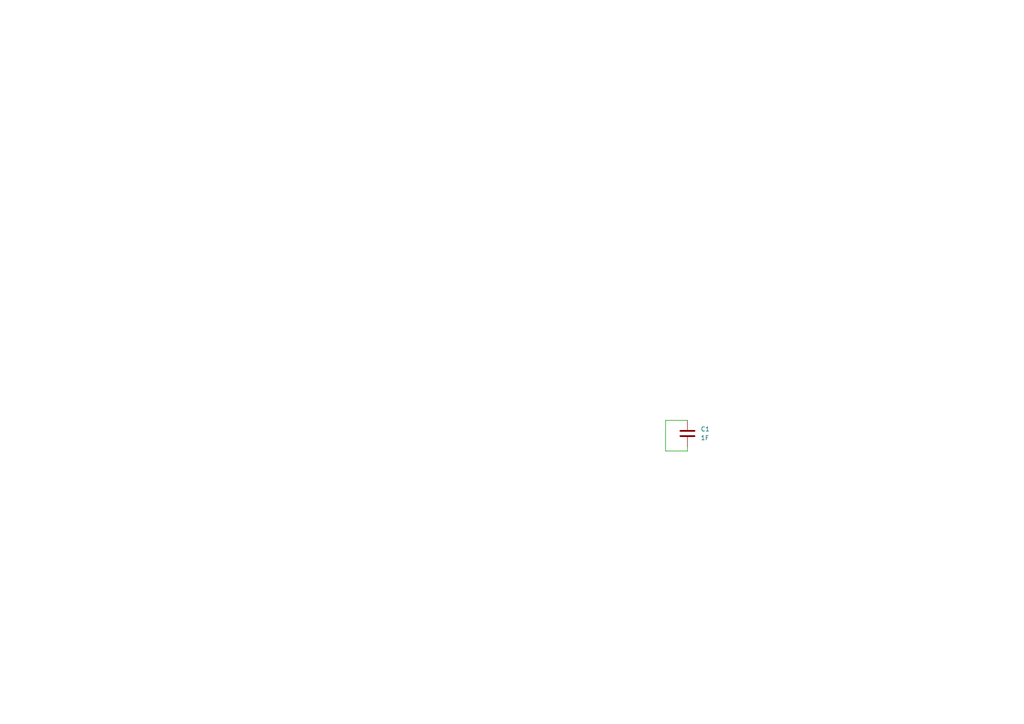
<source format=kicad_sch>
(kicad_sch (version 20211123) (generator eeschema)
  (paper "A4")
  (title_block (title "Template") (date "2022-04-19") (rev "V0") (company "E-Agle TRT"))
  (lib_symbols
    (symbol "Device:C" (pin_numbers hide) (pin_names (offset 0.254))
      (property "Reference" "C" (at 0.635 2.54 0))
      (property "Value" "C" (at 0.635 -2.54 0))
      (symbol "C_0_1"
        (polyline (pts (xy -2.032 -0.762) (xy 2.032 -0.762)) (stroke (width 0.508)))
        (polyline (pts (xy -2.032 0.762) (xy 2.032 0.762)) (stroke (width 0.508)))
      )
      (symbol "C_1_1"
        (pin passive line (at 0 3.81 270) (length 2.794) (name "~") (number "1"))
        (pin passive line (at 0 -3.81 90) (length 2.794) (name "~") (number "2"))
      )
    )
  )
  (wire (pts (xy 199.39 121.92) (xy 193.04 121.92)))
  (wire (pts (xy 193.04 121.92) (xy 193.04 130.81)))
  (wire (pts (xy 199.39 130.81) (xy 199.39 129.54)))
  (wire (pts (xy 193.04 130.81) (xy 199.39 130.81)))
  (symbol (lib_id "Device:C") (at 199.39 125.73 0) (unit 1)
    (property "Reference" "C1" (at 203.2 124.4599 0) (effects (justify left)))
    (property "Value" "1F" (at 203.2 126.9999 0) (effects (justify left)))
    (property "Footprint" "Capacitor_SMD:C_0805_2012Metric" (effects hide))
  )
)
</source>
